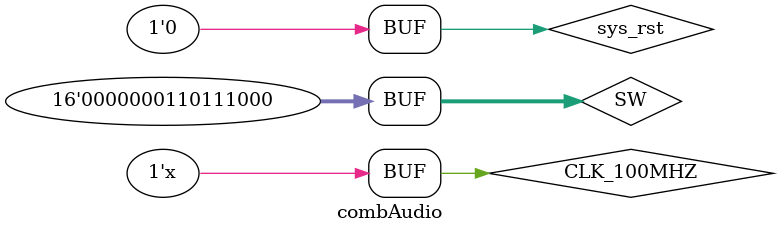
<source format=v>
`timescale 1ns / 1ps

module combAudio();

// Inputs
reg CLK_100MHZ, sys_rst;
reg [15:0] SW;
// Outputs
wire SPKL, SPKR;

// Instantiate the Circuit Under Test (CUT)
combinedAudio cA_inst (
    .CLK_100MHZ(CLK_100MHZ),
    .rst(sys_rst),
    .SW(SW),
    .SPKL(SPKL),
    .SPKR(SPKR)
);
// Apply input stimulus
always #5 CLK_100MHZ <= ~CLK_100MHZ;

initial
begin
    sys_rst = 1;
    CLK_100MHZ = 0;
    #5 sys_rst = 0;
    SW = 440;
    
    
    #10000000;
end

endmodule
</source>
